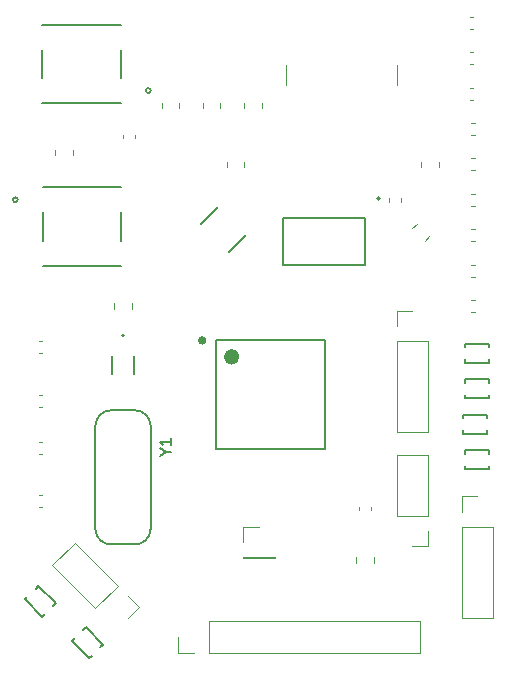
<source format=gbr>
%TF.GenerationSoftware,KiCad,Pcbnew,9.0.0*%
%TF.CreationDate,2025-04-07T16:42:38-05:00*%
%TF.ProjectId,Project 2.0,50726f6a-6563-4742-9032-2e302e6b6963,rev?*%
%TF.SameCoordinates,Original*%
%TF.FileFunction,Legend,Top*%
%TF.FilePolarity,Positive*%
%FSLAX46Y46*%
G04 Gerber Fmt 4.6, Leading zero omitted, Abs format (unit mm)*
G04 Created by KiCad (PCBNEW 9.0.0) date 2025-04-07 16:42:38*
%MOMM*%
%LPD*%
G01*
G04 APERTURE LIST*
%ADD10C,0.150000*%
%ADD11C,0.120000*%
%ADD12C,0.152400*%
%ADD13C,0.127000*%
G04 APERTURE END LIST*
D10*
X171416553Y-88129491D02*
X171893129Y-88129491D01*
X170892318Y-88463094D02*
X171416553Y-88129491D01*
X171416553Y-88129491D02*
X170892318Y-87795887D01*
X171893129Y-86938049D02*
X171893129Y-87509941D01*
X171893129Y-87223995D02*
X170892318Y-87223995D01*
X170892318Y-87223995D02*
X171035291Y-87319310D01*
X171035291Y-87319310D02*
X171130607Y-87414626D01*
X171130607Y-87414626D02*
X171178264Y-87509941D01*
D11*
%TO.C,C10*%
X160946267Y-83240000D02*
X160653733Y-83240000D01*
X160946267Y-84260000D02*
X160653733Y-84260000D01*
%TO.C,R5*%
X176565000Y-63522936D02*
X176565000Y-63977064D01*
X178035000Y-63522936D02*
X178035000Y-63977064D01*
%TO.C,J8*%
X196470000Y-91840000D02*
X197800000Y-91840000D01*
X196470000Y-93170000D02*
X196470000Y-91840000D01*
X196470000Y-94440000D02*
X196470000Y-102120000D01*
X196470000Y-94440000D02*
X199130000Y-94440000D01*
X196470000Y-102120000D02*
X199130000Y-102120000D01*
X199130000Y-94440000D02*
X199130000Y-102120000D01*
%TO.C,C9*%
X160946267Y-78740000D02*
X160653733Y-78740000D01*
X160946267Y-79760000D02*
X160653733Y-79760000D01*
%TO.C,R7*%
X174565000Y-58977064D02*
X174565000Y-58522936D01*
X176035000Y-58977064D02*
X176035000Y-58522936D01*
%TO.C,J3*%
X163707898Y-95776994D02*
X161826994Y-97657898D01*
X165461522Y-101292426D02*
X161826994Y-97657898D01*
X167342426Y-99411522D02*
X163707898Y-95776994D01*
X167342426Y-99411522D02*
X165461522Y-101292426D01*
X168240452Y-100309548D02*
X169180904Y-101250000D01*
X169180904Y-101250000D02*
X168240452Y-102190452D01*
%TO.C,C7*%
X197291233Y-69240000D02*
X197583767Y-69240000D01*
X197291233Y-70260000D02*
X197583767Y-70260000D01*
%TO.C,C3*%
X197153733Y-57240000D02*
X197446267Y-57240000D01*
X197153733Y-58260000D02*
X197446267Y-58260000D01*
D12*
%TO.C,CR6*%
X196569250Y-84949900D02*
X196569250Y-85239460D01*
X196569250Y-86260540D02*
X196569250Y-86550100D01*
X196569250Y-86550100D02*
X198626650Y-86550100D01*
X198626650Y-84949900D02*
X196569250Y-84949900D01*
X198626650Y-85239460D02*
X198626650Y-84949900D01*
X198626650Y-86550100D02*
X198626650Y-86260540D01*
%TO.C,SW1*%
X160972599Y-54032763D02*
X160972599Y-56467237D01*
X160972600Y-58577400D02*
X167627400Y-58577400D01*
X167627400Y-51922600D02*
X160972600Y-51922600D01*
X167627401Y-56467237D02*
X167627401Y-54032763D01*
X170142197Y-57500001D02*
G75*
G02*
X169735799Y-57500001I-203199J0D01*
G01*
X169735799Y-57500001D02*
G75*
G02*
X170142197Y-57500001I203199J0D01*
G01*
D11*
%TO.C,C13*%
X190290000Y-66603733D02*
X190290000Y-66896267D01*
X191310000Y-66603733D02*
X191310000Y-66896267D01*
%TO.C,C8*%
X167790000Y-61241232D02*
X167790000Y-61533766D01*
X168810000Y-61241232D02*
X168810000Y-61533766D01*
D13*
%TO.C,U1*%
X175700000Y-78650000D02*
X184900000Y-78650000D01*
X175700000Y-87850000D02*
X175700000Y-78650000D01*
X184900000Y-78650000D02*
X184900000Y-87850000D01*
X184900000Y-87850000D02*
X175700000Y-87850000D01*
X174500000Y-78650000D02*
G75*
G02*
X174300000Y-78650000I-100000J0D01*
G01*
X174300000Y-78650000D02*
G75*
G02*
X174500000Y-78650000I100000J0D01*
G01*
X174600000Y-78650000D02*
G75*
G02*
X174400000Y-78650000I-100000J0D01*
G01*
X174400000Y-78650000D02*
G75*
G02*
X174600000Y-78650000I100000J0D01*
G01*
X174641419Y-78650000D02*
G75*
G02*
X174358581Y-78650000I-141419J0D01*
G01*
X174358581Y-78650000D02*
G75*
G02*
X174641419Y-78650000I141419J0D01*
G01*
X174641419Y-78650000D02*
G75*
G02*
X174358581Y-78650000I-141419J0D01*
G01*
X174358581Y-78650000D02*
G75*
G02*
X174641419Y-78650000I141419J0D01*
G01*
X174723606Y-78650000D02*
G75*
G02*
X174276394Y-78650000I-223606J0D01*
G01*
X174276394Y-78650000D02*
G75*
G02*
X174723606Y-78650000I223606J0D01*
G01*
X174782841Y-78650000D02*
G75*
G02*
X174217159Y-78650000I-282841J0D01*
G01*
X174217159Y-78650000D02*
G75*
G02*
X174782841Y-78650000I282841J0D01*
G01*
X177000000Y-80050000D02*
G75*
G02*
X176800000Y-80050000I-100000J0D01*
G01*
X176800000Y-80050000D02*
G75*
G02*
X177000000Y-80050000I100000J0D01*
G01*
X177141419Y-80050000D02*
G75*
G02*
X176858581Y-80050000I-141419J0D01*
G01*
X176858581Y-80050000D02*
G75*
G02*
X177141419Y-80050000I141419J0D01*
G01*
X177223606Y-80050000D02*
G75*
G02*
X176776394Y-80050000I-223606J0D01*
G01*
X176776394Y-80050000D02*
G75*
G02*
X177223606Y-80050000I223606J0D01*
G01*
X177282841Y-80050000D02*
G75*
G02*
X176717159Y-80050000I-282841J0D01*
G01*
X176717159Y-80050000D02*
G75*
G02*
X177282841Y-80050000I282841J0D01*
G01*
X177360553Y-80050000D02*
G75*
G02*
X176639447Y-80050000I-360553J0D01*
G01*
X176639447Y-80050000D02*
G75*
G02*
X177360553Y-80050000I360553J0D01*
G01*
X177424262Y-80050000D02*
G75*
G02*
X176575738Y-80050000I-424262J0D01*
G01*
X176575738Y-80050000D02*
G75*
G02*
X177424262Y-80050000I424262J0D01*
G01*
X177500000Y-80050000D02*
G75*
G02*
X176500000Y-80050000I-500000J0D01*
G01*
X176500000Y-80050000D02*
G75*
G02*
X177500000Y-80050000I500000J0D01*
G01*
X177565684Y-80050000D02*
G75*
G02*
X176434316Y-80050000I-565684J0D01*
G01*
X176434316Y-80050000D02*
G75*
G02*
X177565684Y-80050000I565684J0D01*
G01*
X177583094Y-80050000D02*
G75*
G02*
X176416906Y-80050000I-583094J0D01*
G01*
X176416906Y-80050000D02*
G75*
G02*
X177583094Y-80050000I583094J0D01*
G01*
D11*
%TO.C,C4*%
X197291233Y-60240000D02*
X197583767Y-60240000D01*
X197291233Y-61260000D02*
X197583767Y-61260000D01*
D13*
%TO.C,Y1*%
X165470000Y-94655000D02*
X165470000Y-85845000D01*
X166790000Y-84575000D02*
X168810000Y-84575000D01*
X168810000Y-95925000D02*
X166790000Y-95925000D01*
X170130000Y-85845000D02*
X170130000Y-94655000D01*
X165470000Y-85845000D02*
G75*
G02*
X166790000Y-84575000I1294999J-24999D01*
G01*
X166790000Y-95925000D02*
G75*
G02*
X165470000Y-94655000I-25000J1295000D01*
G01*
X168810000Y-84575000D02*
G75*
G02*
X170130000Y-85845000I25001J-1294999D01*
G01*
X170130000Y-94655000D02*
G75*
G02*
X168810000Y-95925000I-1295000J25000D01*
G01*
D12*
%TO.C,SW2*%
X160997602Y-67782762D02*
X160997602Y-70217236D01*
X160997602Y-72327399D02*
X167652402Y-72327399D01*
X167652402Y-65672599D02*
X160997602Y-65672599D01*
X167652402Y-70217236D02*
X167652402Y-67782762D01*
X158889203Y-66749998D02*
G75*
G02*
X158482803Y-66749998I-203200J0D01*
G01*
X158482803Y-66749998D02*
G75*
G02*
X158889203Y-66749998I203200J0D01*
G01*
D11*
%TO.C,C16*%
X197291232Y-75240000D02*
X197583766Y-75240000D01*
X197291232Y-76260000D02*
X197583766Y-76260000D01*
%TO.C,C15*%
X197291232Y-72240000D02*
X197583766Y-72240000D01*
X197291232Y-73260000D02*
X197583766Y-73260000D01*
%TO.C,J7*%
X177970000Y-94420000D02*
X179300000Y-94420000D01*
X177970000Y-95750000D02*
X177970000Y-94420000D01*
X177970000Y-97020000D02*
X177970000Y-97080000D01*
X177970000Y-97020000D02*
X180630000Y-97020000D01*
X177970000Y-97080000D02*
X180630000Y-97080000D01*
X180630000Y-97020000D02*
X180630000Y-97080000D01*
%TO.C,C11*%
X160946267Y-87240000D02*
X160653733Y-87240000D01*
X160946267Y-88260000D02*
X160653733Y-88260000D01*
D12*
%TO.C,CR4*%
X163506843Y-104088355D02*
X164961645Y-105543157D01*
X163711593Y-103883606D02*
X163506843Y-104088355D01*
X164638355Y-102956843D02*
X164433606Y-103161593D01*
X164961645Y-105543157D02*
X165166394Y-105338407D01*
X165888407Y-104616394D02*
X166093157Y-104411645D01*
X166093157Y-104411645D02*
X164638355Y-102956843D01*
%TO.C,CR13*%
X196771300Y-78949900D02*
X196771300Y-79239460D01*
X196771300Y-80260540D02*
X196771300Y-80550100D01*
X196771300Y-80550100D02*
X198828700Y-80550100D01*
X198828700Y-78949900D02*
X196771300Y-78949900D01*
X198828700Y-79239460D02*
X198828700Y-78949900D01*
X198828700Y-80550100D02*
X198828700Y-80260540D01*
D11*
%TO.C,C14*%
X192295543Y-69165010D02*
X192665010Y-68795543D01*
X193334990Y-70204457D02*
X193704457Y-69834990D01*
%TO.C,C5*%
X197291233Y-63240000D02*
X197583767Y-63240000D01*
X197291233Y-64260000D02*
X197583767Y-64260000D01*
%TO.C,J10*%
X190970000Y-76120000D02*
X192300000Y-76120000D01*
X190970000Y-77450000D02*
X190970000Y-76120000D01*
X190970000Y-78720000D02*
X190970000Y-86400000D01*
X190970000Y-78720000D02*
X193630000Y-78720000D01*
X190970000Y-86400000D02*
X193630000Y-86400000D01*
X193630000Y-78720000D02*
X193630000Y-86400000D01*
%TO.C,C17*%
X187790000Y-93033766D02*
X187790000Y-92741232D01*
X188810000Y-93033766D02*
X188810000Y-92741232D01*
%TO.C,R6*%
X178065000Y-58977064D02*
X178065000Y-58522936D01*
X179535000Y-58977064D02*
X179535000Y-58522936D01*
D12*
%TO.C,CR14*%
X196771300Y-81949900D02*
X196771300Y-82239460D01*
X196771300Y-83260540D02*
X196771300Y-83550100D01*
X196771300Y-83550100D02*
X198828700Y-83550100D01*
X198828700Y-81949900D02*
X196771300Y-81949900D01*
X198828700Y-82239460D02*
X198828700Y-81949900D01*
X198828700Y-83550100D02*
X198828700Y-83260540D01*
D11*
%TO.C,C1*%
X197153733Y-51240000D02*
X197446267Y-51240000D01*
X197153733Y-52260000D02*
X197446267Y-52260000D01*
%TO.C,C6*%
X197291233Y-66240000D02*
X197583767Y-66240000D01*
X197291233Y-67260000D02*
X197583767Y-67260000D01*
D12*
%TO.C,XTAL1*%
X166872900Y-79994465D02*
X166872900Y-81505535D01*
X168727100Y-81505535D02*
X168727100Y-79994465D01*
X167876200Y-78210000D02*
G75*
G02*
X167723800Y-78210000I-76200J0D01*
G01*
X167723800Y-78210000D02*
G75*
G02*
X167876200Y-78210000I76200J0D01*
G01*
D11*
%TO.C,J11*%
X181630000Y-55350000D02*
X181630000Y-57050000D01*
X190970000Y-55350000D02*
X190970000Y-57050000D01*
%TO.C,R2*%
X167065000Y-75522936D02*
X167065000Y-75977064D01*
X168535000Y-75522936D02*
X168535000Y-75977064D01*
D12*
%TO.C,CR5*%
X196771300Y-87949900D02*
X196771300Y-88239460D01*
X196771300Y-89260540D02*
X196771300Y-89550100D01*
X196771300Y-89550100D02*
X198828700Y-89550100D01*
X198828700Y-87949900D02*
X196771300Y-87949900D01*
X198828700Y-88239460D02*
X198828700Y-87949900D01*
X198828700Y-89550100D02*
X198828700Y-89260540D01*
D11*
%TO.C,C12*%
X160946267Y-91740000D02*
X160653733Y-91740000D01*
X160946267Y-92760000D02*
X160653733Y-92760000D01*
%TO.C,J9*%
X190970000Y-93479999D02*
X190970000Y-88340001D01*
X193630000Y-88340001D02*
X190970000Y-88340001D01*
X193630000Y-93479999D02*
X190970000Y-93479999D01*
X193630000Y-93479999D02*
X193630000Y-88340001D01*
X193630000Y-94750000D02*
X193630000Y-96080000D01*
X193630000Y-96080000D02*
X192300000Y-96080000D01*
%TO.C,R4*%
X193065000Y-63522936D02*
X193065000Y-63977064D01*
X194535000Y-63522936D02*
X194535000Y-63977064D01*
D12*
%TO.C,U2*%
X175842007Y-67373126D02*
X174423126Y-68792007D01*
X176757993Y-71126874D02*
X178176874Y-69707993D01*
D11*
%TO.C,R3*%
X162065000Y-62522936D02*
X162065000Y-62977064D01*
X163535000Y-62522936D02*
X163535000Y-62977064D01*
%TO.C,R8*%
X171065000Y-58977064D02*
X171065000Y-58522936D01*
X172535000Y-58977064D02*
X172535000Y-58522936D01*
D12*
%TO.C,CR1*%
X181320200Y-68268800D02*
X181320200Y-72231200D01*
X181320200Y-72231200D02*
X188279800Y-72231200D01*
X188279800Y-68268800D02*
X181320200Y-68268800D01*
X188279800Y-72231200D02*
X188279800Y-68268800D01*
X189549800Y-66605100D02*
G75*
G02*
X189295800Y-66605100I-127000J0D01*
G01*
X189295800Y-66605100D02*
G75*
G02*
X189549800Y-66605100I127000J0D01*
G01*
%TO.C,CR3*%
X159506843Y-100588355D02*
X160961645Y-102043157D01*
X159711593Y-100383606D02*
X159506843Y-100588355D01*
X160638355Y-99456843D02*
X160433606Y-99661593D01*
X160961645Y-102043157D02*
X161166394Y-101838407D01*
X161888407Y-101116394D02*
X162093157Y-100911645D01*
X162093157Y-100911645D02*
X160638355Y-99456843D01*
D11*
%TO.C,J6*%
X172470000Y-105080000D02*
X172470000Y-103750000D01*
X173800000Y-105080000D02*
X172470000Y-105080000D01*
X175070001Y-102420000D02*
X192910001Y-102420000D01*
X175070001Y-105080000D02*
X175070001Y-102420000D01*
X175070001Y-105080000D02*
X192910001Y-105080000D01*
X192910001Y-105080000D02*
X192910001Y-102420000D01*
%TO.C,R1*%
X187565000Y-97022936D02*
X187565000Y-97477064D01*
X189035000Y-97022936D02*
X189035000Y-97477064D01*
%TO.C,C2*%
X197153733Y-54240000D02*
X197446267Y-54240000D01*
X197153733Y-55260000D02*
X197446267Y-55260000D01*
%TD*%
M02*

</source>
